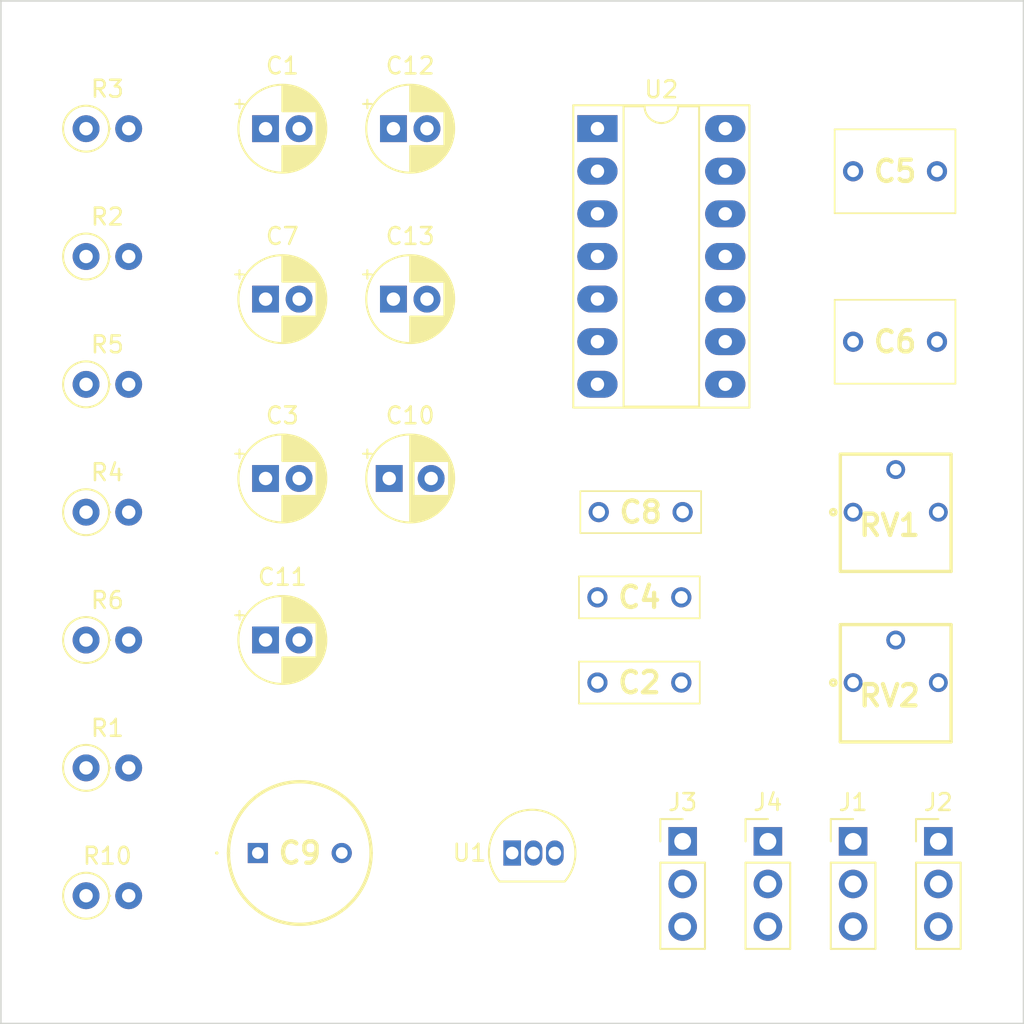
<source format=kicad_pcb>
(kicad_pcb (version 20221018) (generator pcbnew)

  (general
    (thickness 1.6)
  )

  (paper "A4")
  (layers
    (0 "F.Cu" signal)
    (31 "B.Cu" signal)
    (32 "B.Adhes" user "B.Adhesive")
    (33 "F.Adhes" user "F.Adhesive")
    (34 "B.Paste" user)
    (35 "F.Paste" user)
    (36 "B.SilkS" user "B.Silkscreen")
    (37 "F.SilkS" user "F.Silkscreen")
    (38 "B.Mask" user)
    (39 "F.Mask" user)
    (40 "Dwgs.User" user "User.Drawings")
    (41 "Cmts.User" user "User.Comments")
    (42 "Eco1.User" user "User.Eco1")
    (43 "Eco2.User" user "User.Eco2")
    (44 "Edge.Cuts" user)
    (45 "Margin" user)
    (46 "B.CrtYd" user "B.Courtyard")
    (47 "F.CrtYd" user "F.Courtyard")
    (48 "B.Fab" user)
    (49 "F.Fab" user)
    (50 "User.1" user)
    (51 "User.2" user)
    (52 "User.3" user)
    (53 "User.4" user)
    (54 "User.5" user)
    (55 "User.6" user)
    (56 "User.7" user)
    (57 "User.8" user)
    (58 "User.9" user)
  )

  (setup
    (pad_to_mask_clearance 0)
    (aux_axis_origin 139.7 68.575)
    (grid_origin 139.7 68.575)
    (pcbplotparams
      (layerselection 0x00010fc_ffffffff)
      (plot_on_all_layers_selection 0x0000000_00000000)
      (disableapertmacros false)
      (usegerberextensions false)
      (usegerberattributes true)
      (usegerberadvancedattributes true)
      (creategerberjobfile true)
      (dashed_line_dash_ratio 12.000000)
      (dashed_line_gap_ratio 3.000000)
      (svgprecision 4)
      (plotframeref false)
      (viasonmask false)
      (mode 1)
      (useauxorigin false)
      (hpglpennumber 1)
      (hpglpenspeed 20)
      (hpglpendiameter 15.000000)
      (dxfpolygonmode true)
      (dxfimperialunits true)
      (dxfusepcbnewfont true)
      (psnegative false)
      (psa4output false)
      (plotreference true)
      (plotvalue true)
      (plotinvisibletext false)
      (sketchpadsonfab false)
      (subtractmaskfromsilk false)
      (outputformat 1)
      (mirror false)
      (drillshape 1)
      (scaleselection 1)
      (outputdirectory "")
    )
  )

  (net 0 "")
  (net 1 "Net-(J3-Pin_1)")
  (net 2 "GNDREF")
  (net 3 "Net-(U2-OUT1)")
  (net 4 "Net-(C5-Pad1)")
  (net 5 "Net-(U2-IN1)")
  (net 6 "Net-(U1-VO)")
  (net 7 "Net-(U2-ALC)")
  (net 8 "Net-(J2-Pin_3)")
  (net 9 "Net-(C6-Pad1)")
  (net 10 "Net-(U2-NFB1)")
  (net 11 "Net-(U2-IN2)")
  (net 12 "Net-(U2-VREF)")
  (net 13 "Net-(C11-Pad1)")
  (net 14 "Net-(J1-Pin_1)")
  (net 15 "Net-(J2-Pin_1)")
  (net 16 "Net-(C7-Pad2)")
  (net 17 "Net-(J4-Pin_3)")
  (net 18 "unconnected-(J1-Pin_2-Pad2)")
  (net 19 "Net-(R2-Pad2)")
  (net 20 "Net-(J3-Pin_2)")
  (net 21 "Net-(R10-Pad1)")
  (net 22 "unconnected-(U2-SW1-Pad2)")
  (net 23 "unconnected-(U2-SW_CONT-Pad3)")
  (net 24 "Net-(U2-NFB2)")
  (net 25 "unconnected-(U2-SW2-Pad13)")
  (net 26 "Net-(J4-Pin_1)")

  (footprint "Resistor_THT:R_Axial_DIN0207_L6.3mm_D2.5mm_P2.54mm_Vertical" (layer "F.Cu") (at 109.22 68.58))

  (footprint "Connector_PinHeader_2.54mm:PinHeader_1x03_P2.54mm_Vertical" (layer "F.Cu") (at 154.94 111.06))

  (footprint "Capacitor_THT:CP_Radial_D5.0mm_P2.00mm" (layer "F.Cu") (at 127.54 78.74))

  (footprint "Resistor_THT:R_Axial_DIN0207_L6.3mm_D2.5mm_P2.54mm_Vertical" (layer "F.Cu") (at 109.22 99.06))

  (footprint "SamacSys_Parts:R82DC4100AA60J" (layer "F.Cu") (at 154.94 71.12))

  (footprint "Resistor_THT:R_Axial_DIN0207_L6.3mm_D2.5mm_P2.54mm_Vertical" (layer "F.Cu") (at 109.22 106.68))

  (footprint "Package_DIP:DIP-14_W7.62mm_Socket_LongPads" (layer "F.Cu") (at 139.7 68.575))

  (footprint "Capacitor_THT:CP_Radial_D5.0mm_P2.00mm" (layer "F.Cu") (at 119.92 89.43))

  (footprint "SamacSys_Parts:R82DC3100AA50J" (layer "F.Cu") (at 139.78 91.435))

  (footprint "SamacSys_Parts:3362P_1" (layer "F.Cu") (at 157.48 94.97))

  (footprint "Connector_PinHeader_2.54mm:PinHeader_1x03_P2.54mm_Vertical" (layer "F.Cu") (at 144.78 111.06))

  (footprint "SamacSys_Parts:R82DC4100AA60J" (layer "F.Cu") (at 154.94 81.28))

  (footprint "Resistor_THT:R_Axial_DIN0207_L6.3mm_D2.5mm_P2.54mm_Vertical" (layer "F.Cu") (at 109.22 76.2))

  (footprint "Resistor_THT:R_Axial_DIN0207_L6.3mm_D2.5mm_P2.54mm_Vertical" (layer "F.Cu") (at 109.22 83.82))

  (footprint "Capacitor_THT:CP_Radial_D5.0mm_P2.00mm" (layer "F.Cu") (at 119.92 68.58))

  (footprint "Connector_PinHeader_2.54mm:PinHeader_1x03_P2.54mm_Vertical" (layer "F.Cu") (at 149.86 111.06))

  (footprint "Connector_PinHeader_2.54mm:PinHeader_1x03_P2.54mm_Vertical" (layer "F.Cu") (at 160.02 111.06))

  (footprint "SamacSys_Parts:R82DC3100AA50J" (layer "F.Cu") (at 139.7 96.515))

  (footprint "Capacitor_THT:CP_Radial_D5.0mm_P2.00mm" (layer "F.Cu") (at 119.92 78.74))

  (footprint "Capacitor_THT:CP_Radial_D5.0mm_P2.00mm" (layer "F.Cu") (at 127.54 68.58))

  (footprint "Resistor_THT:R_Axial_DIN0207_L6.3mm_D2.5mm_P2.54mm_Vertical" (layer "F.Cu") (at 109.22 114.3))

  (footprint "Package_TO_SOT_THT:TO-92L_Inline" (layer "F.Cu") (at 134.62 111.755))

  (footprint "Capacitor_THT:CP_Radial_D5.0mm_P2.00mm" (layer "F.Cu") (at 119.92 99.055))

  (footprint "SamacSys_Parts:3362P_1" (layer "F.Cu") (at 157.48 105.13))

  (footprint "SamacSys_Parts:TAP226K035CCS" (layer "F.Cu")
    (tstamp efbee8f0-4765-42a9-9fc9-79f18bc0da62)
    (at 119.46 111.755)
    (descr "TAP226K035CCS")
    (tags "Capacitor Polarised")
    (property "Sheetfile" "ALC-TDA7284.kicad_sch")
    (property "Sheetname" "")
    (property "ki_description" "Polarized capacitor, US symbol")
    (property "ki_keywords" "cap capacitor")
    (path "/0219aabf-8eac-4818-af83-6f5403457085")
    (attr through_hole)
    (fp_text reference "C9" (at 2.5 0) (layer "F.SilkS")
        (effects (font (size 1.27 1.27) (thickness 0.254)))
      (tstamp 53f7bf73-abbf-4202-b76e-55670ddf21eb)
    )
    (fp_text value "22uf" (at 2.5 0) (layer "F.SilkS") hide
        (effects (font (size 1.27 1.27) (thickness 0.254)))
      (tstamp a8ae7569-08b1-4e74-aeff-cd23bc8f433a)
    )
    (fp_text user "${REFERENCE}" (at 2.5 0) (layer "F.Fab")
        (effects (font (size 1.27 1.27) (thickness 0.254)))
      (tstamp 56a3c769-1951-4674-a18f-d301e6c6c860)
    )
    (fp_line (start -2.5 0) (end -2.5 0)
      (stroke (width 0.1) (type solid)) (layer "F.SilkS") (tstamp 066a9e05-8f9f-444b-84ec-e4ce7be9a087))
    (fp_line (start -2.4 0) (end -2.4 0)
      (stroke (width 0.1) (type solid)) (layer "F.SilkS") (tstamp 14de3528-c67b-4540-81bf-04f29e6c3dd3))
    (fp_line (start -1.75 0) (end -1.75 0)
      (stroke (width 0.2) (type solid)) (layer "F.SilkS") (tstamp 345264c9-26ef-42be-8093-f44fcc601870))
    (fp_line (start 6.75 0) (end 6.75 0)
      (stroke (width 0.2) (type solid)) (layer "F.SilkS") (tstamp eb618f6c-a3aa-4a7e-a955-b635013de499))
    (fp_arc (start -2.5 0) (mid -2.45 -0.05) (end -2.4 0)
      (stroke (width 0.1) (type solid)) (layer "F.SilkS") (tst
... [30592 chars truncated]
</source>
